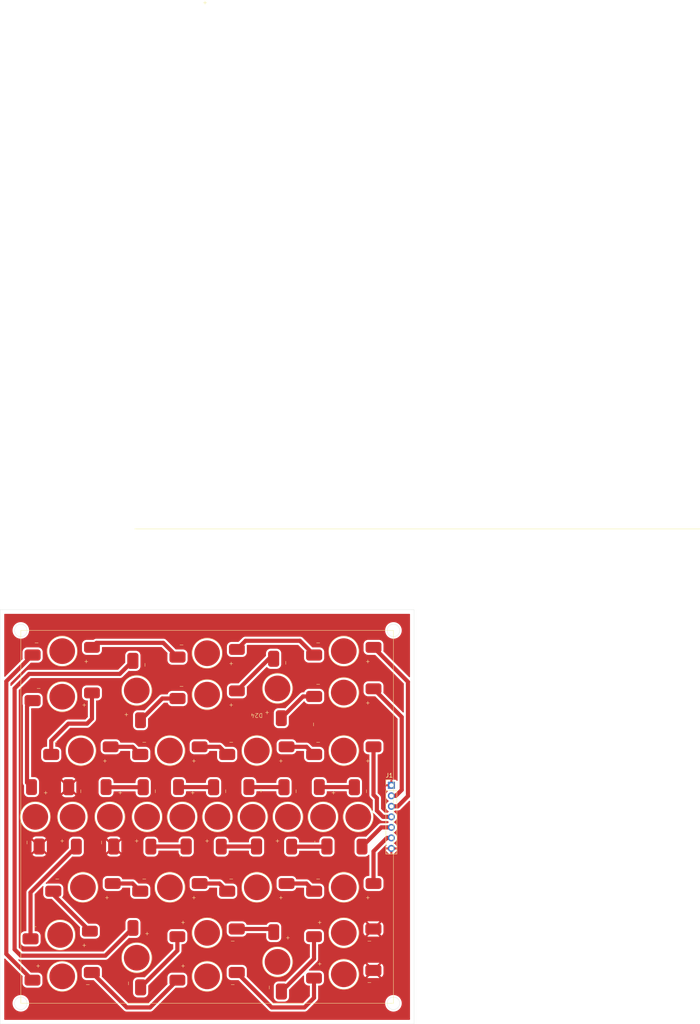
<source format=kicad_pcb>
(kicad_pcb (version 20240108) (generator "pcbnew") (generator_version "8.0")
  (layers (0 "F.Cu" signal) (31 "B.Cu" signal) (34 "B.Paste" user) (35 "F.Paste" user) (36 "B.SilkS" user "B.Silkscreen") (37 "F.SilkS" user "F.Silkscreen") (38 "B.Mask" user) (39 "F.Mask" user) (44 "Edge.Cuts" user))
  (net 0 "")
  (net 1 "Net-(D1-K)")
  (net 2 "Net-(D1-A)")
  (net 3 "Net-(D2-K)")
  (net 4 "Net-(D3-K)")
  (net 5 "Net-(D4-K)")
  (net 6 "Net-(D5-K)")
  (net 7 "GND")
  (net 8 "Net-(D7-A)")
  (net 9 "Net-(D7-K)")
  (net 10 "Net-(D8-K)")
  (net 11 "Net-(D10-A)")
  (net 12 "Net-(D10-K)")
  (net 13 "Net-(D11-K)")
  (net 14 "Net-(D12-K)")
  (net 15 "Net-(D13-K)")
  (net 16 "Net-(D15-A)")
  (net 17 "Net-(D15-K)")
  (net 18 "Net-(D16-K)")
  (net 19 "Net-(D17-K)")
  (net 20 "Net-(D18-K)")
  (net 21 "Net-(D19-K)")
  (net 22 "Net-(D20-K)")
  (net 23 "Net-(D21-K)")
  (net 24 "Net-(D23-A)")
  (net 25 "Net-(D23-K)")
  (net 26 "Net-(D24-K)")
  (net 27 "Net-(D25-K)")
  (net 28 "Net-(D26-K)")
  (net 29 "Net-(D27-K)")
  (net 30 "Net-(D29-A)")
  (net 31 "Net-(D29-K)")
  (net 32 "Net-(D30-K)")
  (net 33 "Net-(D31-K)")
  (net 34 "Net-(D32-K)")
  (net 35 "Net-(D33-K)")
  (footprint "Library:SOB_LED" (layer "F.Cu") (at 185.5 58 180)
    (property "Reference" "D1" (hide yes))
    (property "Value" "LED" (hide yes))
    (fp_circle (center 0 0) (end 3 0) (stroke (width 0.2)) (fill solid) (layer "F.Cu"))
    (fp_circle (center 0 0) (end 3.63 0) (stroke (width 0.1)) (fill none) (layer "F.SilkS"))
    (fp_text user "-" (at 5.5 2.5 180) (layer "F.SilkS") (effects (font (thickness 0.1)) (justify left bottom)))
    (fp_text user "+" (at -6.5 -2 180) (layer "F.SilkS") (effects (font (thickness 0.1)) (justify left bottom)))
    (pad "1" smd roundrect (at 7.15475 -0.938875) (size 3.87775 2.6905) (layers "F.Cu" "F.Paste" "F.Mask") (net 1 "Net-(D1-K)"))
    (pad "2" smd roundrect (at -7.1845 0.91075) (size 3.8215 2.631) (layers "F.Cu" "F.Paste" "F.Mask") (net 2 "Net-(D1-A)"))
  )
  (footprint "Library:SOB_LED" (layer "F.Cu") (at 164.5 115 180)
    (property "Reference" "D30" (hide yes))
    (property "Value" "LED" (hide yes))
    (fp_circle (center 0 0) (end 3 0) (stroke (width 0.2)) (fill solid) (layer "F.Cu"))
    (fp_circle (center 0 0) (end 3.63 0) (stroke (width 0.1)) (fill none) (layer "F.SilkS"))
    (fp_text user "+" (at -6.5 -2 180) (layer "F.SilkS") (effects (font (thickness 0.1)) (justify left bottom)))
    (fp_text user "-" (at 5.5 2.5 180) (layer "F.SilkS") (effects (font (thickness 0.1)) (justify left bottom)))
    (pad "1" smd roundrect (at 7.15475 -0.938875) (size 3.87775 2.6905) (layers "F.Cu" "F.Paste" "F.Mask") (net 32 "Net-(D30-K)"))
    (pad "2" smd roundrect (at -7.1845 0.91075) (size 3.8215 2.631) (layers "F.Cu" "F.Paste" "F.Mask") (net 31 "Net-(D29-K)"))
  )
  (footprint "Library:SOB_LED" (layer "F.Cu") (at 189 98 90)
    (property "Reference" "D15" (hide yes))
    (property "Value" "LED" (hide yes))
    (fp_circle (center 0 0) (end 3 0) (stroke (width 0.2)) (fill solid) (layer "F.Cu"))
    (fp_circle (center 0 0) (end 3.63 0) (stroke (width 0.1)) (fill none) (layer "F.SilkS"))
    (fp_text user "+" (at 195.8215 -36.5 90) (layer "F.SilkS") (effects (font (thickness 0.1)) (justify left bottom)))
    (fp_text user "-" (at 5.5 2.5 90) (layer "F.SilkS") (effects (font (thickness 0.1)) (justify left bottom)))
    (pad "1" smd roundrect (at 7.15475 -0.938875 270) (size 3.87775 2.6905) (layers "F.Cu" "F.Paste" "F.Mask") (net 17 "Net-(D15-K)"))
    (pad "2" smd roundrect (at -7.1845 0.91075 270) (size 3.8215 2.631) (layers "F.Cu" "F.Paste" "F.Mask") (net 16 "Net-(D15-A)"))
  )
  (footprint "Library:SOB_LED" (layer "F.Cu") (at 169.5 67 90)
    (property "Reference" "D8" (hide yes))
    (property "Value" "LED" (hide yes))
    (fp_circle (center 0 0) (end 3 0) (stroke (width 0.2)) (fill solid) (layer "F.Cu"))
    (fp_circle (center 0 0) (end 3.63 0) (stroke (width 0.1)) (fill none) (layer "F.SilkS"))
    (fp_text user "-" (at 5.5 2.5 90) (layer "F.SilkS") (effects (font (thickness 0.1)) (justify left bottom)))
    (fp_text user "+" (at -6.5 -2 90) (layer "F.SilkS") (effects (font (thickness 0.1)) (justify left bottom)))
    (pad "1" smd roundrect (at 7.15475 -0.938875 270) (size 3.87775 2.6905) (layers "F.Cu" "F.Paste" "F.Mask") (net 10 "Net-(D8-K)"))
    (pad "2" smd roundrect (at -7.1845 0.91075 270) (size 3.8215 2.631) (layers "F.Cu" "F.Paste" "F.Mask") (net 9 "Net-(D7-K)"))
  )
  (footprint "Library:SOB_LED" (layer "F.Cu") (at 185.5 68 180)
    (property "Reference" "D7" (hide yes))
    (property "Value" "LED" (hide yes))
    (fp_circle (center 0 0) (end 3 0) (stroke (width 0.2)) (fill solid) (layer "F.Cu"))
    (fp_circle (center 0 0) (end 3.63 0) (stroke (width 0.1)) (fill none) (layer "F.SilkS"))
    (fp_text user "-" (at 5.5 2.5 180) (layer "F.SilkS") (effects (font (thickness 0.1)) (justify left bottom)))
    (fp_text user "+" (at -6.5 -2 180) (layer "F.SilkS") (effects (font (thickness 0.1)) (justify left bottom)))
    (pad "1" smd roundrect (at 7.15475 -0.938875) (size 3.87775 2.6905) (layers "F.Cu" "F.Paste" "F.Mask") (net 9 "Net-(D7-K)"))
    (pad "2" smd roundrect (at -7.1845 0.91075) (size 3.8215 2.631) (layers "F.Cu" "F.Paste" "F.Mask") (net 8 "Net-(D7-A)"))
  )
  (footprint "Library:SOB_LED" (layer "F.Cu") (at 135.5 132 -90)
    (property "Reference" "D11" (hide yes))
    (property "Value" "LED" (hide yes))
    (fp_circle (center 0 0) (end 3 0) (stroke (width 0.2)) (fill solid) (layer "F.Cu"))
    (fp_circle (center 0 0) (end 3.63 0) (stroke (width 0.1)) (fill none) (layer "F.SilkS"))
    (fp_text user "-" (at 5.5 2.5 -90) (layer "F.SilkS") (effects (font (thickness 0.1)) (justify left bottom)))
    (fp_text user "+" (at -6.5 -2 -90) (layer "F.SilkS") (effects (font (thickness 0.1)) (justify left bottom)))
    (pad "1" smd roundrect (at 7.15475 -0.938875 90) (size 3.87775 2.6905) (layers "F.Cu" "F.Paste" "F.Mask") (net 13 "Net-(D11-K)"))
    (pad "2" smd roundrect (at -7.1845 0.91075 90) (size 3.8215 2.631) (layers "F.Cu" "F.Paste" "F.Mask") (net 12 "Net-(D10-K)"))
  )
  (footprint "Library:SOB_LED" (layer "F.Cu") (at 117 126.5 180)
    (property "Reference" "D33" (hide yes))
    (property "Value" "LED" (hide yes))
    (fp_circle (center 0 0) (end 3 0) (stroke (width 0.2)) (fill solid) (layer "F.Cu"))
    (fp_circle (center 0 0) (end 3.63 0) (stroke (width 0.1)) (fill none) (layer "F.SilkS"))
    (fp_text user "+" (at -6.5 -2 180) (layer "F.SilkS") (effects (font (thickness 0.1)) (justify left bottom)))
    (fp_text user "-" (at 5.5 2.5 180) (layer "F.SilkS") (effects (font (thickness 0.1)) (justify left bottom)))
    (pad "1" smd roundrect (at 7.15475 -0.938875) (size 3.87775 2.6905) (layers "F.Cu" "F.Paste" "F.Mask") (net 35 "Net-(D33-K)"))
    (pad "2" smd roundrect (at -7.1845 0.91075) (size 3.8215 2.631) (layers "F.Cu" "F.Paste" "F.Mask") (net 34 "Net-(D32-K)"))
  )
  (footprint "Library:SOB_LED" (layer "F.Cu") (at 111 98 -90)
    (property "Reference" "D28" (hide yes))
    (property "Value" "LED" (hide yes))
    (fp_circle (center 0 0) (end 3 0) (stroke (width 0.2)) (fill solid) (layer "F.Cu"))
    (fp_circle (center 0 0) (end 3.63 0) (stroke (width 0.1)) (fill none) (layer "F.SilkS"))
    (fp_text user "-" (at 5.5 2.5 -90) (layer "F.SilkS") (effects (font (thickness 0.1)) (justify left bottom)))
    (fp_text user "+" (at -6.5 -2 -90) (layer "F.SilkS") (effects (font (thickness 0.1)) (justify left bottom)))
    (pad "1" smd roundrect (at 7.15475 -0.938875 90) (size 3.87775 2.6905) (layers "F.Cu" "F.Paste" "F.Mask") (net 7 "GND"))
    (pad "2" smd roundrect (at -7.1845 0.91075 90) (size 3.8215 2.631) (layers "F.Cu" "F.Paste" "F.Mask") (net 29 "Net-(D27-K)"))
  )
  (footprint "Library:SOB_LED" (layer "F.Cu") (at 129 98 -90)
    (property "Reference" "D22" (hide yes))
    (property "Value" "LED" (hide yes))
    (fp_circle (center 0 0) (end 3 0) (stroke (width 0.2)) (fill solid) (layer "F.Cu"))
    (fp_circle (center 0 0) (end 3.63 0) (stroke (width 0.1)) (fill none) (layer "F.SilkS"))
    (fp_text user "-" (at 5.5 2.5 -90) (layer "F.SilkS") (effects (font (thickness 0.1)) (justify left bottom)))
    (fp_text user "+" (at -6.5 -2 -90) (layer "F.SilkS") (effects (font (thickness 0.1)) (justify left bottom)))
    (pad "1" smd roundrect (at 7.15475 -0.938875 90) (size 3.87775 2.6905) (layers "F.Cu" "F.Paste" "F.Mask") (net 7 "GND"))
    (pad "2" smd roundrect (at -7.1845 0.91075 90) (size 3.8215 2.631) (layers "F.Cu" "F.Paste" "F.Mask") (net 23 "Net-(D21-K)"))
  )
  (footprint "Library:SOB_LED" (layer "F.Cu") (at 122.5 115 180)
    (property "Reference" "D32" (hide yes))
    (property "Value" "LED" (hide yes))
    (fp_circle (center 0 0) (end 3 0) (stroke (width 0.2)) (fill solid) (layer "F.Cu"))
    (fp_circle (center 0 0) (end 3.63 0) (stroke (width 0.1)) (fill none) (layer "F.SilkS"))
    (fp_text user "+" (at -6.5 -2 180) (layer "F.SilkS") (effects (font (thickness 0.1)) (justify left bottom)))
    (fp_text user "-" (at 5.5 2.5 180) (layer "F.SilkS") (effects (font (thickness 0.1)) (justify left bottom)))
    (pad "1" smd roundrect (at 7.15475 -0.938875) (size 3.87775 2.6905) (layers "F.Cu" "F.Paste" "F.Mask") (net 34 "Net-(D32-K)"))
    (pad "2" smd roundrect (at -7.1845 0.91075) (size 3.8215 2.631) (layers "F.Cu" "F.Paste" "F.Mask") (net 33 "Net-(D31-K)"))
  )
  (footprint "Library:SOB_LED" (layer "F.Cu") (at 120 98 90)
    (property "Reference" "D34" (hide yes))
    (property "Value" "LED" (hide yes))
    (fp_circle (center 0 0) (end 3 0) (stroke (width 0.2)) (fill solid) (layer "F.Cu"))
    (fp_circle (center 0 0) (end 3.63 0) (stroke (width 0.1)) (fill none) (layer "F.SilkS"))
    (fp_text user "-" (at 5.5 2.5 90) (layer "F.SilkS") (effects (font (thickness 0.1)) (justify left bottom)))
    (fp_text user "+" (at -6.5 -2 90) (layer "F.SilkS") (effects (font (thickness 0.1)) (justify left bottom)))
    (pad "1" smd roundrect (at 7.15475 -0.938875 270) (size 3.87775 2.6905) (layers "F.Cu" "F.Paste" "F.Mask") (net 7 "GND"))
    (pad "2" smd roundrect (at -7.1845 0.91075 270) (size 3.8215 2.631) (layers "F.Cu" "F.Paste" "F.Mask") (net 35 "Net-(D33-K)"))
  )
  (footprint "Library:SOB_LED" (layer "F.Cu") (at 152.5 58.5 180)
    (property "Reference" "D2" (hide yes))
    (property "Value" "LED" (hide yes))
    (fp_circle (center 0 0) (end 3 0) (stroke (width 0.2)) (fill solid) (layer "F.Cu"))
    (fp_circle (center 0 0) (end 3.63 0) (stroke (width 0.1)) (fill none) (layer "F.SilkS"))
    (fp_text user "+" (at -6.5 -2 180) (layer "F.SilkS") (effects (font (thickness 0.1)) (justify left bottom)))
    (fp_text user "-" (at 5.5 2.5 180) (layer "F.SilkS") (effects (font (thickness 0.1)) (justify left bottom)))
    (pad "1" smd roundrect (at 7.15475 -0.938875) (size 3.87775 2.6905) (layers "F.Cu" "F.Paste" "F.Mask") (net 3 "Net-(D2-K)"))
    (pad "2" smd roundrect (at -7.1845 0.91075) (size 3.8215 2.631) (layers "F.Cu" "F.Paste" "F.Mask") (net 1 "Net-(D1-K)"))
  )
  (footprint "Library:SOB_LED" (layer "F.Cu") (at 185.5 136)
    (property "Reference" "D6" (hide yes))
    (property "Value" "LED" (hide yes))
    (fp_circle (center 0 0) (end 3 0) (stroke (width 0.2)) (fill solid) (layer "F.Cu"))
    (fp_circle (center 0 0) (end 3.63 0) (stroke (width 0.1)) (fill none) (layer "F.SilkS"))
    (fp_text user "-" (at 5.5 2.5 0) (layer "F.SilkS") (effects (font (thickness 0.1)) (justify left bottom)))
    (fp_text user "+" (at -6.5 -2 0) (layer "F.SilkS") (effects (font (thickness 0.1)) (justify left bottom)))
    (pad "1" smd roundrect (at 7.15475 -0.938875 180) (size 3.87775 2.6905) (layers "F.Cu" "F.Paste" "F.Mask") (net 7 "GND"))
    (pad "2" smd roundrect (at -7.1845 0.91075 180) (size 3.8215 2.631) (layers "F.Cu" "F.Paste" "F.Mask") (net 6 "Net-(D5-K)"))
  )
  (footprint "Library:SOB_LED" (layer "F.Cu") (at 143.5 115 180)
    (property "Reference" "D31" (hide yes))
    (property "Value" "LED" (hide yes))
    (fp_circle (center 0 0) (end 3 0) (stroke (width 0.2)) (fill solid) (layer "F.Cu"))
    (fp_circle (center 0 0) (end 3.63 0) (stroke (width 0.1)) (fill none) (layer "F.SilkS"))
    (fp_text user "+" (at -6.5 -2 180) (layer "F.SilkS") (effects (font (thickness 0.1)) (justify left bottom)))
    (fp_text user "-" (at 5.5 2.5 180) (layer "F.SilkS") (effects (font (thickness 0.1)) (justify left bottom)))
    (pad "1" smd roundrect (at 7.15475 -0.938875) (size 3.87775 2.6905) (layers "F.Cu" "F.Paste" "F.Mask") (net 33 "Net-(D31-K)"))
    (pad "2" smd roundrect (at -7.1845 0.91075) (size 3.8215 2.631) (layers "F.Cu" "F.Paste" "F.Mask") (net 32 "Net-(D30-K)"))
  )
  (footprint "Library:SOB_LED" (layer "F.Cu") (at 138 98 90)
    (property "Reference" "D21" (hide yes))
    (property "Value" "LED" (hide yes))
    (fp_circle (center 0 0) (end 3 0) (stroke (width 0.2)) (fill solid) (layer "F.Cu"))
    (fp_circle (center 0 0) (end 3.63 0) (stroke (width 0.1)) (fill none) (layer "F.SilkS"))
    (fp_text user "-" (at 5.5 2.5 90) (layer "F.SilkS") (effects (font (thickness 0.1)) (justify left bottom)))
    (fp_text user "+" (at -6.5 -2 90) (layer "F.SilkS") (effects (font (thickness 0.1)) (justify left bottom)))
    (pad "1" smd roundrect (at 7.15475 -0.938875 270) (size 3.87775 2.6905) (layers "F.Cu" "F.Paste" "F.Mask") (net 23 "Net-(D21-K)"))
    (pad "2" smd roundrect (at -7.1845 0.91075 270) (size 3.8215 2.631) (layers "F.Cu" "F.Paste" "F.Mask") (net 22 "Net-(D20-K)"))
  )
  (footprint "Library:SOB_LED" (layer "F.Cu") (at 152.5 136.5)
    (property "Reference" "D5" (hide yes))
    (property "Value" "LED" (hide yes))
    (fp_circle (center 0 0) (end 3 0) (stroke (width 0.2)) (fill solid) (layer "F.Cu"))
    (fp_circle (center 0 0) (end 3.63 0) (stroke (width 0.1)) (fill none) (layer "F.SilkS"))
    (fp_text user "-" (at 5.5 2.5 0) (layer "F.SilkS") (effects (font (thickness 0.1)) (justify left bottom)))
    (fp_text user "+" (at -6.5 -2 0) (layer "F.SilkS") (effects (font (thickness 0.1)) (justify left bottom)))
    (pad "1" smd roundrect (at 7.15475 -0.938875 180) (size 3.87775 2.6905) (layers "F.Cu" "F.Paste" "F.Mask") (net 6 "Net-(D5-K)"))
    (pad "2" smd roundrect (at -7.1845 0.91075 180) (size 3.8215 2.631) (layers "F.Cu" "F.Paste" "F.Mask") (net 5 "Net-(D4-K)"))
  )
  (footprint "Library:SOB_LED" (layer "F.Cu") (at 163.5 98 -90)
    (property "Reference" "D18" (hide yes))
    (property "Value" "LED" (hide yes))
    (fp_circle (center 0 0) (end 3 0) (stroke (width 0.2)) (fill solid) (layer "F.Cu"))
    (fp_circle (center 0 0) (end 3.63 0) (stroke (width 0.1)) (fill none) (layer "F.SilkS"))
    (fp_text user "+" (at -7 -1.5 -90) (layer "F.SilkS") (effects (font (thickness 0.1)) (justify left bottom)))
    (fp_text user "-" (at -23 -14.195 -90) (layer "F.SilkS") (effects (font (thickness 0.1)) (justify left bottom)))
    (pad "1" smd roundrect (at 7.15475 -0.938875 90) (size 3.87775 2.6905) (layers "F.Cu" "F.Paste" "F.Mask") (net 20 "Net-(D18-K)"))
    (pad "2" smd roundrect (at -7.1845 0.91075 90) (size 3.8215 2.631) (layers "F.Cu" "F.Paste" "F.Mask") (net 19 "Net-(D17-K)"))
  )
  (footprint "Library:SOB_LED" (layer "F.Cu") (at 185.5 126)
    (property "Reference" "D14" (hide yes))
    (property "Value" "LED" (hide yes))
    (fp_circle (center 0 0) (end 3 0) (stroke (width 0.2)) (fill solid) (layer "F.Cu"))
    (fp_circle (center 0 0) (end 3.63 0) (stroke (width 0.1)) (fill none) (layer "F.SilkS"))
    (fp_text user "+" (at -6.5 -2 0) (layer "F.SilkS") (effects (font (thickness 0.1)) (justify left bottom)))
    (fp_text user "-" (at 5.5 2.5 0) (layer "F.SilkS") (effects (font (thickness 0.1)) (justify left bottom)))
    (pad "1" smd roundrect (at 7.15475 -0.938875 180) (size 3.87775 2.6905) (layers "F.Cu" "F.Paste" "F.Mask") (net 7 "GND"))
    (pad "2" smd roundrect (at -7.1845 0.91075 180) (size 3.8215 2.631) (layers "F.Cu" "F.Paste" "F.Mask") (net 15 "Net-(D13-K)"))
  )
  (footprint "Library:SOB_LED" (layer "F.Cu") (at 152.5 68.5 180)
    (property "Reference" "D9" (hide yes))
    (property "Value" "LED" (hide yes))
    (fp_circle (center 0 0) (end 3 0) (stroke (width 0.2)) (fill solid) (layer "F.Cu"))
    (fp_circle (center 0 0) (end 3.63 0) (stroke (width 0.1)) (fill none) (layer "F.SilkS"))
    (fp_text user "+" (at -6.5 -2 180) (layer "F.SilkS") (effects (font (thickness 0.1)) (justify left bottom)))
    (fp_text user "-" (at 5.5 2.5 180) (layer "F.SilkS") (effects (font (thickness 0.1)) (justify left bottom)))
    (pad "1" smd roundrect (at 7.15475 -0.938875) (size 3.87775 2.6905) (layers "F.Cu" "F.Paste" "F.Mask") (net 11 "Net-(D10-A)"))
    (pad "2" smd roundrect (at -7.1845 0.91075) (size 3.8215 2.631) (layers "F.Cu" "F.Paste" "F.Mask") (net 10 "Net-(D8-K)"))
  )
  (footprint "Library:SOB_LED" (layer "F.Cu") (at 117.5 136.5)
    (property "Reference" "D4" (hide yes))
    (property "Value" "LED" (hide yes))
    (fp_circle (center 0 0) (end 3 0) (stroke (width 0.2)) (fill solid) (layer "F.Cu"))
    (fp_circle (center 0 0) (end 3.63 0) (stroke (width 0.1)) (fill none) (layer "F.SilkS"))
    (fp_text user "+" (at -6.5 -2 0) (layer "F.SilkS") (effects (font (thickness 0.1)) (justify left bottom)))
    (fp_text user "-" (at 5.5 2.5 0) (layer "F.SilkS") (effects (font (thickness 0.1)) (justify left bottom)))
    (pad "1" smd roundrect (at 7.15475 -0.938875 180) (size 3.87775 2.6905) (layers "F.Cu" "F.Paste" "F.Mask") (net 5 "Net-(D4-K)"))
    (pad "2" smd roundrect (at -7.1845 0.91075 180) (size 3.8215 2.631) (layers "F.Cu" "F.Paste" "F.Mask") (net 4 "Net-(D3-K)"))
  )
  (footprint "Library:SOB_LED" (layer "F.Cu") (at 185.5 115 180)
    (property "Reference" "D29" (hide yes))
    (property "Value" "LED" (hide yes))
    (fp_circle (center 0 0) (end 3 0) (stroke (width 0.2)) (fill solid) (layer "F.Cu"))
    (fp_circle (center 0 0) (end 3.63 0) (stroke (width 0.1)) (fill none) (layer "F.SilkS"))
    (fp_text user "-" (at 5.5 2.5 180) (layer "F.SilkS") (effects (font (thickness 0.1)) (justify left bottom)))
    (fp_text user "+" (at -6.5 -2 180) (layer "F.SilkS") (effects (font (thickness 0.1)) (justify left bottom)))
    (pad "1" smd roundrect (at 7.15475 -0.938875) (size 3.87775 2.6905) (layers "F.Cu" "F.Paste" "F.Mask") (net 31 "Net-(D29-K)"))
    (pad "2" smd roundrect (at -7.1845 0.91075) (size 3.8215 2.631) (layers "F.Cu" "F.Paste" "F.Mask") (net 30 "Net-(D29-A)"))
  )
  (footprint "Library:SOB_LED" (layer "F.Cu") (at 164.5 82 180)
    (property "Reference" "D24" (at 0 8.5 180) (layer "F.SilkS") (effects (font (thickness 0.1))))
    (property "Value" "LED")
    (fp_circle (center 0 0) (end 3 0) (stroke (width 0.2)) (fill solid) (layer "F.Cu"))
    (fp_circle (center 0 0) (end 3.63 0) (stroke (width 0.1)) (fill none) (layer "F.SilkS"))
    (fp_text user "+" (at -6.5 -2 180) (layer "F.SilkS") (effects (font (thickness 0.1)) (justify left bottom)))
    (fp_text user "-" (at 5.5 2.5 180) (layer "F.SilkS") (effects (font (thickness 0.1)) (justify left bottom)))
    (pad "1" smd roundrect (at 7.15475 -0.938875) (size 3.87775 2.6905) (layers "F.Cu" "F.Paste" "F.Mask") (net 26 "Net-(D24-K)"))
    (pad "2" smd roundrect (at -7.1845 0.91075) (size 3.8215 2.631) (layers "F.Cu" "F.Paste" "F.Mask") (net 25 "Net-(D23-K)"))
  )
  (footprint "Library:SOB_LED" (layer "F.Cu") (at 152.5 126)
    (property "Reference" "D12" (hide yes))
    (property "Value" "LED" (hide yes))
    (fp_circle (center 0 0) (end 3 0) (stroke (width 0.2)) (fill solid) (layer "F.Cu"))
    (fp_circle (center 0 0) (end 3.63 0) (stroke (width 0.1)) (fill none) (layer "F.SilkS"))
    (fp_text user "+" (at -6.5 -2 0) (layer "F.SilkS") (effects (font (thickness 0.1)) (justify left bottom)))
    (fp_text user "-" (at 5.5 2.5 0) (layer "F.SilkS") (effects (font (thickness 0.1)) (justify left bottom)))
    (pad "1" smd roundrect (at 7.15475 -0.938875 180) (size 3.87775 2.6905) (layers "F.Cu" "F.Paste" "F.Mask") (net 14 "Net-(D12-K)"))
    (pad "2" smd roundrect (at -7.1845 0.91075 180) (size 3.8215 2.631) (layers "F.Cu" "F.Paste" "F.Mask") (net 13 "Net-(D11-K)"))
  )
  (footprint "Library:SOB_LED" (layer "F.Cu") (at 143.5 82 180)
    (property "Reference" "D25" (hide yes))
    (property "Value" "LED" (hide yes))
    (fp_circle (center 0 0) (end 3 0) (stroke (width 0.2)) (fill solid) (layer "F.Cu"))
    (fp_circle (center 0 0) (end 3.63 0) (stroke (width 0.1)) (fill none) (layer "F.SilkS"))
    (fp_text user "-" (at 5.5 2.5 180) (layer "F.SilkS") (effects (font (thickness 0.1)) (justify left bottom)))
    (fp_text user "+" (at -6.5 -2 180) (layer "F.SilkS") (effects (font (thickness 0.1)) (justify left bottom)))
    (pad "1" smd roundrect (at 7.15475 -0.938875) (size 3.87775 2.6905) (layers "F.Cu" "F.Paste" "F.Mask") (net 27 "Net-(D25-K)"))
    (pad "2" smd roundrect (at -7.1845 0.91075) (size 3.8215 2.631) (layers "F.Cu" "F.Paste" "F.Mask") (net 26 "Net-(D24-K)"))
  )
  (footprint "Library:SOB_LED" (layer "F.Cu") (at 135.5 67.5 90)
    (property "Reference" "D10" (hide yes))
    (property "Value" "LED" (hide yes))
    (fp_circle (center 0 0) (end 3 0) (stroke (width 0.2)) (fill solid) (layer "F.Cu"))
    (fp_circle (center 0 0) (end 3.63 0) (stroke (width 0.1)) (fill none) (layer "F.SilkS"))
    (fp_text user "-" (at 5.5 2.5 90) (layer "F.SilkS") (effects (font (thickness 0.1)) (justify left bottom)))
    (fp_text user "+" (at -6.5 -2 90) (layer "F.SilkS") (effects (font (thickness 0.1)) (justify left bottom)))
    (pad "1" smd roundrect (at 7.15475 -0.938875 270) (size 3.87775 2.6905) (layers "F.Cu" "F.Paste" "F.Mask") (net 12 "Net-(D10-K)"))
    (pad "2" smd roundrect (at -7.1845 0.91075 270) (size 3.8215 2.631) (layers "F.Cu" "F.Paste" "F.Mask") (net 11 "Net-(D10-A)"))
  )
  (footprint "Library:SOB_LED" (layer "F.Cu") (at 146.5 98 -90)
    (property "Reference" "D20" (hide yes))
    (property "Value" "LED" (hide yes))
    (fp_circle (center 0 0) (end 3 0) (stroke (width 0.2)) (fill solid) (layer "F.Cu"))
    (fp_circle (center 0 0) (end 3.63 0) (stroke (width 0.1)) (fill none) (layer "F.SilkS"))
    (fp_text user "+" (at -6.5 -2 -90) (layer "F.SilkS") (effects (font (thickness 0.1)) (justify left bottom)))
    (fp_text user "-" (at 10 0 90) (layer "F.SilkS") (effects (font (thickness 0.1)) (justify left bottom)))
    (pad "1" smd roundrect (at 7.15475 -0.938875 90) (size 3.87775 2.6905) (layers "F.Cu" "F.Paste" "F.Mask") (net 22 "Net-(D20-K)"))
    (pad "2" smd roundrect (at -7.1845 0.91075 90) (size 3.8215 2.631) (layers "F.Cu" "F.Paste" "F.Mask") (net 21 "Net-(D19-K)"))
  )
  (footprint "Library:SOB_LED" (layer "F.Cu") (at 180.5 98 -90)
    (property "Reference" "D16" (hide yes))
    (property "Value" "LED" (hide yes))
    (fp_circle (center 0 0) (end 3 0) (stroke (width 0.2)) (fill solid) (layer "F.Cu"))
    (fp_circle (center 0 0) (end 3.63 0) (stroke (width 0.1)) (fill none) (layer "F.SilkS"))
    (fp_text user "-" (at 5.5 2.5 -90) (layer "F.SilkS") (effects (font (thickness 0.1)) (justify left bottom)))
    (fp_text user "+" (at -6.5 -2 -90) (layer "F.SilkS") (effects (font (thickness 0.1)) (justify left bottom)))
    (pad "1" smd roundrect (at 7.15475 -0.938875 90) (size 3.87775 2.6905) (layers "F.Cu" "F.Paste" "F.Mask") (net 18 "Net-(D16-K)"))
    (pad "2" smd roundrect (at -7.1845 0.91075 90) (size 3.8215 2.631) (layers "F.Cu" "F.Paste" "F.Mask") (net 17 "Net-(D15-K)"))
  )
  (footprint "Library:SOB_LED" (layer "F.Cu") (at 172 98 90)
    (property "Reference" "D17" (hide yes))
    (property "Value" "LED" (hide yes))
    (fp_circle (center 0 0) (end 3 0) (stroke (width 0.2)) (fill solid) (layer "F.Cu"))
    (fp_circle (center 0 0) (end 3.63 0) (stroke (width 0.1)) (fill none) (layer "F.SilkS"))
    (fp_text user "-" (at 5.5 2.5 90) (layer "F.SilkS") (effects (font (thickness 0.1)) (justify left bottom)))
    (fp_text user "+" (at -6.5 -2 90) (layer "F.SilkS") (effects (font (thickness 0.1)) (justify left bottom)))
    (pad "1" smd roundrect (at 7.15475 -0.938875 270) (size 3.87775 2.6905) (layers "F.Cu" "F.Paste" "F.Mask") (net 19 "Net-(D17-K)"))
    (pad "2" smd roundrect (at -7.1845 0.91075 270) (size 3.8215 2.631) (layers "F.Cu" "F.Paste" "F.Mask") (net 18 "Net-(D16-K)"))
  )
  (footprint "Connector_PinHeader_2.54mm:PinHeader_1x07_P2.54mm_Vertical" (layer "F.Cu") (at 197 90.38)
    (property "Reference" "J1" (at -0.5 -2.38 0) (layer "F.SilkS"))
    (property "Value" "Conn_01x07_Pin")
    (fp_line (start -1.33 -1.33) (end 0 -1.33) (stroke (width 0.12)) (layer "F.SilkS"))
    (fp_line (start -1.33 0) (end -1.33 -1.33) (stroke (width 0.12)) (layer "F.SilkS"))
    (fp_line (start -1.33 1.27) (end -1.33 16.57) (stroke (width 0.12)) (layer "F.SilkS"))
    (fp_line (start -1.33 1.27) (end 1.33 1.27) (stroke (width 0.12)) (layer "F.SilkS"))
    (fp_line (start -1.33 16.57) (end 1.33 16.57) (stroke (width 0.12)) (layer "F.SilkS"))
    (fp_line (start 1.33 1.27) (end 1.33 16.57) (stroke (width 0.12)) (layer "F.SilkS"))
    (pad "1" thru_hole rect (at 0 0) (size 1.7 1.7) (drill 1) (layers "*.Cu" "*.Mask") (net 7 "GND"))
    (pad "2" thru_hole oval (at 0 2.54) (size 1.7 1.7) (drill 1) (layers "*.Cu" "*.Mask") (net 8 "Net-(D7-A)"))
    (pad "3" thru_hole oval (at 0 5.08) (size 1.7 1.7) (drill 1) (layers "*.Cu" "*.Mask") (net 2 "Net-(D1-A)"))
    (pad "4" thru_hole oval (at 0 7.62) (size 1.7 1.7) (drill 1) (layers "*.Cu" "*.Mask") (net 24 "Net-(D23-A)"))
    (pad "5" thru_hole oval (at 0 10.16) (size 1.7 1.7) (drill 1) (layers "*.Cu" "*.Mask") (net 16 "Net-(D15-A)"))
    (pad "6" thru_hole oval (at 0 12.7) (size 1.7 1.7) (drill 1) (layers "*.Cu" "*.Mask") (net 30 "Net-(D29-A)"))
    (pad "7" thru_hole oval (at 0 15.24) (size 1.7 1.7) (drill 1) (layers "*.Cu" "*.Mask") (net 7 "GND"))
  )
  (footprint "Library:SOB_LED" (layer "F.Cu") (at 122 82 180)
    (property "Reference" "D26" (hide yes))
    (property "Value" "LED" (hide yes))
    (fp_circle (center 0 0) (end 3 0) (stroke (width 0.2)) (fill solid) (layer "F.Cu"))
    (fp_circle (center 0 0) (end 3.63 0) (stroke (width 0.1)) (fill none) (layer "F.SilkS"))
    (fp_text user "+" (at -6.5 -2 180) (layer "F.SilkS") (effects (font (thickness 0.1)) (justify left bottom)))
    (fp_text user "-" (at 5.5 2.5 180) (layer "F.SilkS") (effects (font (thickness 0.1)) (justify left bottom)))
    (pad "1" smd roundrect (at 7.15475 -0.938875) (size 3.87775 2.6905) (layers "F.Cu" "F.Paste" "F.Mask") (net 28 "Net-(D26-K)"))
    (pad "2" smd roundrect (at -7.1845 0.91075) (size 3.8215 2.631) (layers "F.Cu" "F.Paste" "F.Mask") (net 27 "Net-(D25-K)"))
  )
  (footprint "Library:SOB_LED" (layer "F.Cu") (at 117.5 58 180)
    (property "Reference" "D3" (hide yes))
    (property "Value" "LED" (hide yes))
    (fp_circle (center 0 0) (end 3 0) (stroke (width 0.2)) (fill solid) (layer "F.Cu"))
    (fp_circle (center 0 0) (end 3.63 0) (stroke (width 0.1)) (fill none) (layer "F.SilkS"))
    (fp_text user "+" (at -6.5 -2 180) (layer "F.SilkS") (effects (font (thickness 0.1)) (justify left bottom)))
    (fp_text user "-" (at 5.5 2.5 180) (layer "F.SilkS") (effects (font (thickness 0.1)) (justify left bottom)))
    (pad "1" smd roundrect (at 7.15475 -0.938875) (size 3.87775 2.6905) (layers "F.Cu" "F.Paste" "F.Mask") (net 4 "Net-(D3-K)"))
    (pad "2" smd roundrect (at -7.1845 0.91075) (size 3.8215 2.631) (layers "F.Cu" "F.Paste" "F.Mask") (net 3 "Net-(D2-K)"))
  )
  (footprint "Library:SOB_LED" (layer "F.Cu") (at 185.5 82 180)
    (property "Reference" "D23" (hide yes))
    (property "Value" "LED" (hide yes))
    (fp_circle (center 0 0) (end 3 0) (stroke (width 0.2)) (fill solid) (layer "F.Cu"))
    (fp_circle (center 0 0) (end 3.63 0) (stroke (width 0.1)) (fill none) (layer "F.SilkS"))
    (fp_text user "-" (at 5.5 2.5 180) (layer "F.SilkS") (effects (font (thickness 0.1)) (justify left bottom)))
    (fp_text user "+" (at -6.5 -2 180) (layer "F.SilkS") (effects (font (thickness 0.1)) (justify left bottom)))
    (pad "1" smd roundrect (at 7.15475 -0.938875) (size 3.87775 2.6905) (layers "F.Cu" "F.Paste" "F.Mask") (net 25 "Net-(D23-K)"))
    (pad "2" smd roundrect (at -7.1845 0.91075) (size 3.8215 2.631) (layers "F.Cu" "F.Paste" "F.Mask") (net 24 "Net-(D23-A)"))
  )
  (footprint "Library:SOB_LED" (layer "F.Cu") (at 169.5 133 -90)
    (property "Reference" "D13" (hide yes))
    (property "Value" "LED" (hide yes))
    (fp_circle (center 0 0) (end 3 0) (stroke (width 0.2)) (fill solid) (layer "F.Cu"))
    (fp_circle (center 0 0) (end 3.63 0) (stroke (width 0.1)) (fill none) (layer "F.SilkS"))
    (fp_text user "+" (at -6.5 -2 -90) (layer "F.SilkS") (effects (font (thickness 0.1)) (justify left bottom)))
    (fp_text user "-" (at 5.5 2.5 -90) (layer "F.SilkS") (effects (font (thickness 0.1)) (justify left bottom)))
    (pad "1" smd roundrect (at 7.15475 -0.938875 90) (size 3.87775 2.6905) (layers "F.Cu" "F.Paste" "F.Mask") (net 15 "Net-(D13-K)"))
    (pad "2" smd roundrect (at -7.1845 0.91075 90) (size 3.8215 2.631) (layers "F.Cu" "F.Paste" "F.Mask") (net 14 "Net-(D12-K)"))
  )
  (footprint "Library:SOB_LED" (layer "F.Cu") (at 117.5 69 180)
    (property "Reference" "D27" (hide yes))
    (property "Value" "LED" (hide yes))
    (fp_circle (center 0 0) (end 3 0) (stroke (width 0.2)) (fill solid) (layer "F.Cu"))
    (fp_circle (center 0 0) (end 3.63 0) (stroke (width 0.1)) (fill none) (layer "F.SilkS"))
    (fp_text user "+" (at -6 -1.5 180) (layer "F.SilkS") (effects (font (thickness 0.1)) (justify left bottom)))
    (fp_text user "-" (at 5 2.5 180) (layer "F.SilkS") (effects (font (thickness 0.1)) (justify left bottom)))
    (pad "1" smd roundrect (at 7.15475 -0.938875) (size 3.87775 2.6905) (layers "F.Cu" "F.Paste" "F.Mask") (net 29 "Net-(D27-K)"))
    (pad "2" smd roundrect (at -7.1845 0.91075) (size 3.8215 2.631) (layers "F.Cu" "F.Paste" "F.Mask") (net 28 "Net-(D26-K)"))
  )
  (footprint "Library:SOB_LED" (layer "F.Cu") (at 155 98 90)
    (property "Reference" "D19" (hide yes))
    (property "Value" "LED" (hide yes))
    (fp_circle (center 0 0) (end 3 0) (stroke (width 0.2)) (fill solid) (layer "F.Cu"))
    (fp_circle (center 0 0) (end 3.63 0) (stroke (width 0.1)) (fill none) (layer "F.SilkS"))
    (fp_text user "-" (at 5.5 2.5 90) (layer "F.SilkS") (effects (font (thickness 0.1)) (justify left bottom)))
    (fp_text user "+" (at -6.5 -2 90) (layer "F.SilkS") (effects (font (thickness 0.1)) (justify left bottom)))
    (pad "1" smd roundrect (at 7.15475 -0.938875 270) (size 3.87775 2.6905) (layers "F.Cu" "F.Paste" "F.Mask") (net 21 "Net-(D19-K)"))
    (pad "2" smd roundrect (at -7.1845 0.91075 270) (size 3.8215 2.631) (layers "F.Cu" "F.Paste" "F.Mask") (net 20 "Net-(D18-K)"))
  )
  (gr_line (start 271.5 28.5) (end 135 28.5) (stroke (width 0.1)) (layer "F.SilkS"))
  (gr_rect (start 107.5 53) (end 197.5 143) (stroke (width 0.1)) (fill none) (layer "F.SilkS"))
  (gr_circle (center 197.5 143) (end 199 143) (stroke (width 0.05)) (fill none) (layer "Edge.Cuts"))
  (gr_rect (start 102.5 48) (end 202.5 148) (stroke (width 0.05)) (fill none) (layer "Edge.Cuts"))
  (gr_circle (center 197.5 53) (end 199 53) (stroke (width 0.05)) (fill none) (layer "Edge.Cuts"))
  (gr_circle (center 107.5 53) (end 109 53) (stroke (width 0.05)) (fill none) (layer "Edge.Cuts"))
  (gr_circle (center 107.5 143) (end 109 143) (stroke (width 0.05)) (fill none) (layer "Edge.Cuts"))
  (segment (start 174.906375 55.5) (end 161.77375 55.5) (width 1) (layer "F.Cu") (net 1))
  (segment (start 178.34525 58.938875) (end 174.906375 55.5) (width 1) (layer "F.Cu") (net 1))
  (segment (start 161.77375 55.5) (end 159.6845 57.58925) (width 1) (layer "F.Cu") (net 1))
  (segment (start 192.6845 57.08925) (end 201 65.40475) (width 1) (layer "F.Cu") (net 2))
  (segment (start 198.54 95.46) (end 197 95.46) (width 1) (layer "F.Cu") (net 2))
  (segment (start 201 93) (end 198.54 95.46) (width 1) (layer "F.Cu") (net 2))
  (segment (start 201 65.40475) (end 201 93) (width 1) (layer "F.Cu") (net 2))
  (segment (start 145.34525 59.438875) (end 141.906375 56) (width 1) (layer "F.Cu") (net 3))
  (segment (start 125.77375 56) (end 124.6845 57.08925) (width 1) (layer "F.Cu") (net 3))
  (segment (start 141.906375 56) (end 125.77375 56) (width 1) (layer "F.Cu") (net 3))
  (segment (start 104 65.284125) (end 104 131.09525) (width 1) (layer "F.Cu") (net 4))
  (segment (start 104 131.09525) (end 110.3155 137.41075) (width 1) (layer "F.Cu") (net 4))
  (segment (start 110.34525 58.938875) (end 104 65.284125) (width 1) (layer "F.Cu") (net 4))
  (segment (start 138.72625 144) (end 145.3155 137.41075) (width 1) (layer "F.Cu") (net 5))
  (segment (start 133.093625 144) (end 138.72625 144) (width 1) (layer "F.Cu") (net 5))
  (segment (start 124.65475 135.561125) (end 133.093625 144) (width 1) (layer "F.Cu") (net 5))
  (segment (start 176 144) (end 178.3155 141.6845) (width 1) (layer "F.Cu") (net 6))
  (segment (start 168.093625 144) (end 176 144) (width 1) (layer "F.Cu") (net 6))
  (segment (start 178.3155 141.6845) (end 178.3155 136.91075) (width 1) (layer "F.Cu") (net 6))
  (segment (start 159.65475 135.561125) (end 168.093625 144) (width 1) (layer "F.Cu") (net 6))
  (segment (start 199.5 73.90475) (end 199.5 91.5) (width 1) (layer "F.Cu") (net 8))
  (segment (start 198.08 92.92) (end 199.5 91.5) (width 1) (layer "F.Cu") (net 8))
  (segment (start 192.6845 67.08925) (end 199.5 73.90475) (width 1) (layer "F.Cu") (net 8))
  (segment (start 197 92.92) (end 198.08 92.92) (width 1) (layer "F.Cu") (net 8))
  (segment (start 178.34525 68.938875) (end 175.656375 68.938875) (width 1) (layer "F.Cu") (net 9))
  (segment (start 175.656375 68.938875) (end 170.41075 74.1845) (width 1) (layer "F.Cu") (net 9))
  (segment (start 167.4285 59.84525) (end 168.561125 59.84525) (width 1) (layer "F.Cu") (net 10))
  (segment (start 159.6845 67.58925) (end 167.4285 59.84525) (width 1) (layer "F.Cu") (net 10))
  (segment (start 141.656375 69.438875) (end 145.34525 69.438875) (width 1) (layer "F.Cu") (net 11))
  (segment (start 136.41075 74.6845) (end 141.656375 69.438875) (width 1) (layer "F.Cu") (net 11))
  (segment (start 107.5 131.5) (end 127.90475 131.5) (width 1) (layer "F.Cu") (net 12))
  (segment (start 106 67) (end 106 130) (width 1) (layer "F.Cu") (net 12))
  (segment (start 131.406375 63.5) (end 109.5 63.5) (width 1) (layer "F.Cu") (net 12))
  (segment (start 134.561125 60.34525) (end 131.406375 63.5) (width 1) (layer "F.Cu") (net 12))
  (segment (start 106 130) (end 107.5 131.5) (width 1) (layer "F.Cu") (net 12))
  (segment (start 109.5 63.5) (end 106 67) (width 1) (layer "F.Cu") (net 12))
  (segment (start 127.90475 131.5) (end 134.58925 124.8155) (width 1) (layer "F.Cu") (net 12))
  (segment (start 136.438875 139.15475) (end 145.3155 130.278125) (width 1) (layer "F.Cu") (net 13))
  (segment (start 145.3155 130.278125) (end 145.3155 126.91075) (width 1) (layer "F.Cu") (net 13))
  (segment (start 159.65475 125.061125) (end 167.834875 125.061125) (width 1) (layer "F.Cu") (net 14))
  (segment (start 167.834875 125.061125) (end 168.58925 125.8155) (width 1) (layer "F.Cu") (net 14))
  (segment (start 170.438875 140.15475) (end 178.3155 132.278125) (width 1) (layer "F.Cu") (net 15))
  (segment (start 178.3155 132.278125) (end 178.3155 126.91075) (width 1) (layer "F.Cu") (net 15))
  (segment (start 197 100.54) (end 194.55525 100.54) (width 1) (layer "F.Cu") (net 16))
  (segment (start 194.55525 100.54) (end 189.91075 105.1845) (width 1) (layer "F.Cu") (net 16))
  (segment (start 188.031375 90.8155) (end 188.061125 90.84525) (width 1) (layer "F.Cu") (net 17))
  (segment (start 179.58925 90.8155) (end 188.031375 90.8155) (width 1) (layer "F.Cu") (net 17))
  (segment (start 181.409125 105.1845) (end 181.438875 105.15475) (width 1) (layer "F.Cu") (net 18))
  (segment (start 172.91075 105.1845) (end 181.409125 105.1845) (width 1) (layer "F.Cu") (net 18))
  (segment (start 171.031375 90.8155) (end 171.061125 90.84525) (width 1) (layer "F.Cu") (net 19))
  (segment (start 162.58925 90.8155) (end 171.031375 90.8155) (width 1) (layer "F.Cu") (net 19))
  (segment (start 155.9405 105.15475) (end 155.91075 105.1845) (width 1) (layer "F.Cu") (net 20))
  (segment (start 164.438875 105.15475) (end 155.9405 105.15475) (width 1) (layer "F.Cu") (net 20))
  (segment (start 154.031375 90.8155) (end 154.061125 90.84525) (width 1) (layer "F.Cu") (net 21))
  (segment (start 145.58925 90.8155) (end 154.031375 90.8155) (width 1) (layer "F.Cu") (net 21))
  (segment (start 147.438875 105.15475) (end 138.9405 105.15475) (width 1) (layer "F.Cu") (net 22))
  (segment (start 138.9405 105.15475) (end 138.91075 105.1845) (width 1) (layer "F.Cu") (net 22))
  (segment (start 137.061125 90.84525) (end 128.119 90.84525) (width 1) (layer "F.Cu") (net 23))
  (segment (start 128.119 90.84525) (end 128.08925 90.8155) (width 1) (layer "F.Cu") (net 23))
  (segment (start 192.6845 92.6845) (end 192.6845 81.08925) (width 1) (layer "F.Cu") (net 24))
  (segment (start 195 98) (end 193.5 96.5) (width 1) (layer "F.Cu") (net 24))
  (segment (start 193.5 96.5) (end 193.5 93.5) (width 1) (layer "F.Cu") (net 24))
  (segment (start 193.5 93.5) (end 192.6845 92.6845) (width 1) (layer "F.Cu") (net 24))
  (segment (start 197 98) (end 195 98) (width 1) (layer "F.Cu") (net 24))
  (segment (start 176.495625 81.08925) (end 178.34525 82.938875) (width 1) (layer "F.Cu") (net 25))
  (segment (start 171.6845 81.08925) (end 176.495625 81.08925) (width 1) (layer "F.Cu") (net 25))
  (segment (start 150.6845 81.08925) (end 155.495625 81.08925) (width 1) (layer "F.Cu") (net 26))
  (segment (start 155.495625 81.08925) (end 157.34525 82.938875) (width 1) (layer "F.Cu") (net 26))
  (segment (start 129.1845 81.08925) (end 134.495625 81.08925) (width 1) (layer "F.Cu") (net 27))
  (segment (start 134.495625 81.08925) (end 136.34525 82.938875) (width 1) (layer "F.Cu") (net 27))
  (segment (start 124.6845 74.3155) (end 123.5 75.5) (width 1) (layer "F.Cu") (net 28))
  (segment (start 119 75.5) (end 114.84525 79.65475) (width 1) (layer "F.Cu") (net 28))
  (segment (start 114.84525 79.65475) (end 114.84525 82.938875) (width 1) (layer "F.Cu") (net 28))
  (segment (start 123.5 75.5) (end 119 75.5) (width 1) (layer "F.Cu") (net 28))
  (segment (start 124.6845 68.08925) (end 124.6845 74.3155) (width 1) (layer "F.Cu") (net 28))
  (segment (start 109 71.284125) (end 109 89.72625) (width 1) (layer "F.Cu") (net 29))
  (segment (start 109 89.72625) (end 110.08925 90.8155) (width 1) (layer "F.Cu") (net 29))
  (segment (start 110.34525 69.938875) (end 109 71.284125) (width 1) (layer "F.Cu") (net 29))
  (segment (start 192.6845 106.3155) (end 192.6845 114.08925) (width 1) (layer "F.Cu") (net 30))
  (segment (start 197 103.08) (end 195.92 103.08) (width 1) (layer "F.Cu") (net 30))
  (segment (start 195.92 103.08) (end 192.6845 106.3155) (width 1) (layer "F.Cu") (net 30))
  (segment (start 176.495625 114.08925) (end 178.34525 115.938875) (width 1) (layer "F.Cu") (net 31))
  (segment (start 171.6845 114.08925) (end 176.495625 114.08925) (width 1) (layer "F.Cu") (net 31))
  (segment (start 155.495625 114.08925) (end 157.34525 115.938875) (width 1) (layer "F.Cu") (net 32))
  (segment (start 150.6845 114.08925) (end 155.495625 114.08925) (width 1) (layer "F.Cu") (net 32))
  (segment (start 134.495625 114.08925) (end 136.34525 115.938875) (width 1) (layer "F.Cu") (net 33))
  (segment (start 129.6845 114.08925) (end 134.495625 114.08925) (width 1) (layer "F.Cu") (net 33))
  (segment (start 115.34525 116.75) (end 115.34525 115.938875) (width 1) (layer "F.Cu") (net 34))
  (segment (start 124.1845 125.58925) (end 115.34525 116.75) (width 1) (layer "F.Cu") (net 34))
  (segment (start 109.84525 116.25) (end 109.84525 127.438875) (width 1) (layer "F.Cu") (net 35))
  (segment (start 120.91075 105.1845) (end 109.84525 116.25) (width 1) (layer "F.Cu") (net 35))
  (zone (net 7) (net_name "GND") (layer "F.Cu") (connect_pads (clearance 0.5)) (min_thickness 0.25) (fill yes (thermal_gap 0.5) (thermal_bridge_width 0.5))
    (polygon (pts (xy 103.5 49) (xy 103.5 147) (xy 201.5 147) (xy 201.5 49)))
  )
)
</source>
